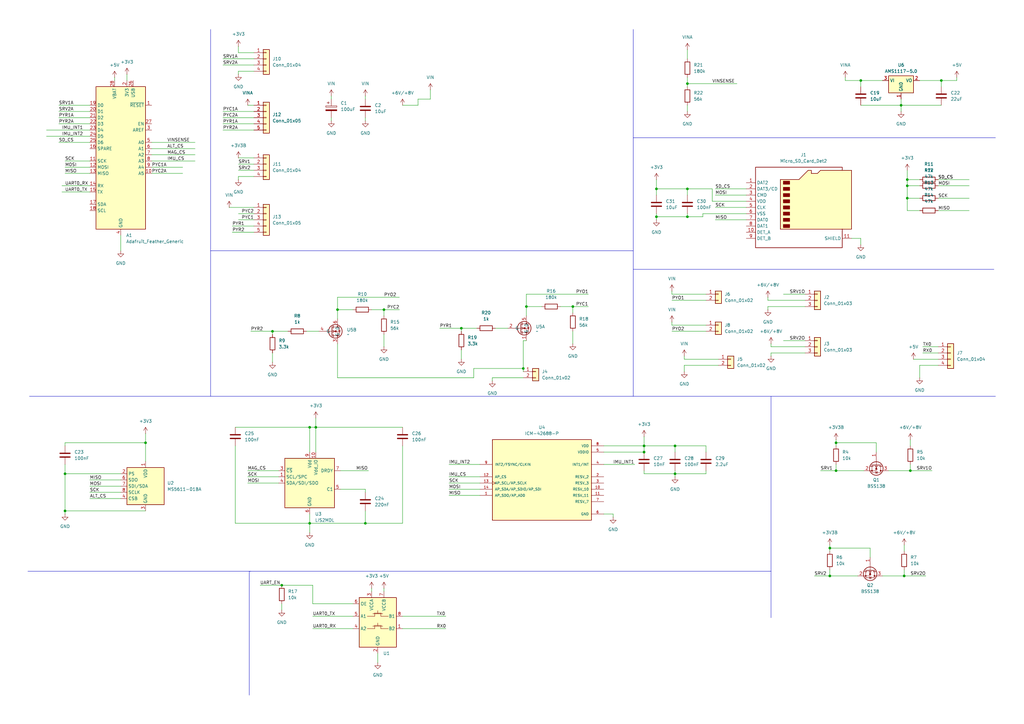
<source format=kicad_sch>
(kicad_sch (version 20231120) (generator "eeschema") (generator_version "8.0")
  (paper "A3")
  (junction (at 340.36 224.79))
  (junction (at 342.9 181.61))
  (junction (at 234.95 125.73))
  (junction (at 129.54 175.26))
  (junction (at 215.9 125.73))
  (junction (at 214.63 151.13))
  (junction (at 111.76 135.89))
  (junction (at 115.57 240.03))
  (junction (at 26.67 209.55))
  (junction (at 373.38 193.04))
  (junction (at 281.94 34.29))
  (junction (at 276.86 182.88))
  (junction (at 269.24 88.9))
  (junction (at 340.36 236.22))
  (junction (at 269.24 77.47))
  (junction (at 353.06 33.02))
  (junction (at 342.9 193.04))
  (junction (at 59.69 181.61))
  (junction (at 372.11 81.28))
  (junction (at 264.16 185.42))
  (junction (at 127 175.26))
  (junction (at 372.11 76.2))
  (junction (at 276.86 194.31))
  (junction (at 127 214.63))
  (junction (at 281.94 77.47))
  (junction (at 370.84 236.22))
  (junction (at 26.67 194.31))
  (junction (at 281.94 88.9))
  (junction (at 149.86 214.63))
  (junction (at 157.48 127))
  (junction (at 386.08 33.02))
  (junction (at 189.23 134.62))
  (junction (at 138.43 127))
  (junction (at 372.11 73.66))
  (junction (at 264.16 182.88))
  (junction (at 369.57 43.18))
  (wire (pts (xy 215.9 125.73) (xy 215.9 129.54)))
  (wire (pts (xy 138.43 130.81) (xy 138.43 127)))
  (wire (pts (xy 95.25 92.71) (xy 104.14 92.71)))
  (wire (pts (xy 377.19 86.36) (xy 372.11 86.36)))
  (wire (pts (xy 97.79 19.05) (xy 97.79 21.59)))
  (wire (pts (xy 97.79 21.59) (xy 104.14 21.59)))
  (wire (pts (xy 52.07 30.48) (xy 52.07 33.02)))
  (wire (pts (xy 374.65 147.32) (xy 384.81 147.32)))
  (wire (pts (xy 26.67 209.55) (xy 26.67 194.31)))
  (wire (pts (xy 91.44 24.13) (xy 104.14 24.13)))
  (wire (pts (xy 62.23 60.96) (xy 80.01 60.96)))
  (wire (pts (xy 288.29 87.63) (xy 288.29 88.9)))
  (wire (pts (xy 96.52 182.88) (xy 96.52 214.63)))
  (wire (pts (xy 26.67 181.61) (xy 59.69 181.61)))
  (wire (pts (xy 377.19 73.66) (xy 372.11 73.66)))
  (wire (pts (xy 115.57 247.65) (xy 115.57 250.19)))
  (wire (pts (xy 184.15 198.12) (xy 196.85 198.12)))
  (wire (pts (xy 281.94 88.9) (xy 269.24 88.9)))
  (wire (pts (xy 269.24 73.66) (xy 269.24 77.47)))
  (wire (pts (xy 36.83 196.85) (xy 49.53 196.85)))
  (polyline (pts (xy 86.36 12.065) (xy 86.36 162.56)))
  (wire (pts (xy 321.31 139.7) (xy 330.2 139.7)))
  (wire (pts (xy 149.86 209.55) (xy 149.86 214.63)))
  (wire (pts (xy 359.41 181.61) (xy 359.41 185.42)))
  (wire (pts (xy 229.87 125.73) (xy 234.95 125.73)))
  (wire (pts (xy 91.44 26.67) (xy 104.14 26.67)))
  (wire (pts (xy 378.46 144.78) (xy 384.81 144.78)))
  (wire (pts (xy 222.25 125.73) (xy 215.9 125.73)))
  (wire (pts (xy 127 214.63) (xy 149.86 214.63)))
  (wire (pts (xy 138.43 127) (xy 138.43 121.92)))
  (wire (pts (xy 102.87 135.89) (xy 111.76 135.89)))
  (wire (pts (xy 276.86 182.88) (xy 276.86 185.42)))
  (polyline (pts (xy 12.065 162.56) (xy 259.715 162.56)))
  (wire (pts (xy 97.79 87.63) (xy 104.14 87.63)))
  (wire (pts (xy 384.81 81.28) (xy 397.51 81.28)))
  (wire (pts (xy 184.15 200.66) (xy 196.85 200.66)))
  (wire (pts (xy 93.98 85.09) (xy 104.14 85.09)))
  (wire (pts (xy 314.96 123.19) (xy 330.2 123.19)))
  (wire (pts (xy 184.15 190.5) (xy 196.85 190.5)))
  (wire (pts (xy 316.23 144.78) (xy 330.2 144.78)))
  (wire (pts (xy 97.79 72.39) (xy 104.14 72.39)))
  (wire (pts (xy 154.94 267.97) (xy 154.94 271.78)))
  (wire (pts (xy 369.57 40.64) (xy 369.57 43.18)))
  (wire (pts (xy 214.63 151.13) (xy 214.63 139.7)))
  (wire (pts (xy 377.19 149.86) (xy 384.81 149.86)))
  (wire (pts (xy 139.7 193.04) (xy 151.13 193.04)))
  (wire (pts (xy 288.29 88.9) (xy 281.94 88.9)))
  (wire (pts (xy 201.93 154.94) (xy 201.93 156.21)))
  (wire (pts (xy 59.69 181.61) (xy 59.69 189.23)))
  (wire (pts (xy 24.13 48.26) (xy 36.83 48.26)))
  (wire (pts (xy 24.13 45.72) (xy 36.83 45.72)))
  (wire (pts (xy 364.49 193.04) (xy 373.38 193.04)))
  (wire (pts (xy 281.94 20.32) (xy 281.94 24.13)))
  (wire (pts (xy 214.63 152.4) (xy 214.63 151.13)))
  (wire (pts (xy 294.64 149.86) (xy 280.67 149.86)))
  (wire (pts (xy 316.23 144.78) (xy 316.23 146.05)))
  (wire (pts (xy 289.56 133.35) (xy 275.59 133.35)))
  (wire (pts (xy 321.31 120.65) (xy 330.2 120.65)))
  (wire (pts (xy 346.71 33.02) (xy 346.71 31.75)))
  (wire (pts (xy 62.23 71.12) (xy 74.93 71.12)))
  (wire (pts (xy 135.89 39.37) (xy 135.89 40.64)))
  (wire (pts (xy 275.59 123.19) (xy 289.56 123.19)))
  (wire (pts (xy 289.56 182.88) (xy 276.86 182.88)))
  (wire (pts (xy 275.59 135.89) (xy 289.56 135.89)))
  (wire (pts (xy 289.56 193.04) (xy 289.56 194.31)))
  (wire (pts (xy 264.16 182.88) (xy 264.16 185.42)))
  (wire (pts (xy 171.45 40.64) (xy 171.45 43.18)))
  (wire (pts (xy 264.16 182.88) (xy 276.86 182.88)))
  (wire (pts (xy 189.23 134.62) (xy 195.58 134.62)))
  (wire (pts (xy 128.27 257.81) (xy 144.78 257.81)))
  (wire (pts (xy 24.13 43.18) (xy 36.83 43.18)))
  (wire (pts (xy 342.9 180.34) (xy 342.9 181.61)))
  (wire (pts (xy 125.73 135.89) (xy 130.81 135.89)))
  (wire (pts (xy 203.2 134.62) (xy 208.28 134.62)))
  (wire (pts (xy 91.44 48.26) (xy 104.14 48.26)))
  (wire (pts (xy 152.4 241.3) (xy 152.4 242.57)))
  (wire (pts (xy 135.89 48.26) (xy 135.89 49.53)))
  (wire (pts (xy 234.95 135.89) (xy 234.95 140.97)))
  (wire (pts (xy 384.81 86.36) (xy 397.51 86.36)))
  (wire (pts (xy 101.6 195.58) (xy 114.3 195.58)))
  (wire (pts (xy 97.79 29.21) (xy 97.79 30.48)))
  (wire (pts (xy 247.65 190.5) (xy 260.35 190.5)))
  (wire (pts (xy 138.43 154.94) (xy 194.31 154.94)))
  (wire (pts (xy 144.78 247.65) (xy 128.27 247.65)))
  (wire (pts (xy 342.9 181.61) (xy 359.41 181.61)))
  (wire (pts (xy 340.36 233.68) (xy 340.36 236.22)))
  (wire (pts (xy 189.23 134.62) (xy 189.23 135.89)))
  (wire (pts (xy 49.53 194.31) (xy 26.67 194.31)))
  (wire (pts (xy 316.23 142.24) (xy 316.23 140.97)))
  (wire (pts (xy 251.46 210.82) (xy 247.65 210.82)))
  (wire (pts (xy 157.48 137.16) (xy 157.48 142.24)))
  (wire (pts (xy 353.06 33.02) (xy 346.71 33.02)))
  (wire (pts (xy 19.05 55.88) (xy 36.83 55.88)))
  (wire (pts (xy 330.2 142.24) (xy 316.23 142.24)))
  (wire (pts (xy 370.84 236.22) (xy 379.73 236.22)))
  (wire (pts (xy 97.79 29.21) (xy 104.14 29.21)))
  (wire (pts (xy 36.83 199.39) (xy 49.53 199.39)))
  (wire (pts (xy 247.65 185.42) (xy 264.16 185.42)))
  (wire (pts (xy 97.79 69.85) (xy 104.14 69.85)))
  (wire (pts (xy 171.45 43.18) (xy 165.1 43.18)))
  (wire (pts (xy 91.44 45.72) (xy 104.14 45.72)))
  (polyline (pts (xy 86.36 102.87) (xy 259.715 102.87)))
  (wire (pts (xy 101.6 198.12) (xy 114.3 198.12)))
  (wire (pts (xy 111.76 135.89) (xy 118.11 135.89)))
  (wire (pts (xy 101.6 193.04) (xy 114.3 193.04)))
  (polyline (pts (xy 11.43 234.315) (xy 316.23 234.315)))
  (wire (pts (xy 289.56 120.65) (xy 275.59 120.65)))
  (wire (pts (xy 165.1 214.63) (xy 149.86 214.63)))
  (wire (pts (xy 24.13 58.42) (xy 36.83 58.42)))
  (wire (pts (xy 314.96 121.92) (xy 314.96 123.19)))
  (wire (pts (xy 373.38 193.04) (xy 382.27 193.04)))
  (wire (pts (xy 353.06 43.18) (xy 369.57 43.18)))
  (wire (pts (xy 128.27 247.65) (xy 128.27 240.03)))
  (polyline (pts (xy 259.715 12.065) (xy 259.715 162.56)))
  (wire (pts (xy 294.64 147.32) (xy 280.67 147.32)))
  (wire (pts (xy 106.68 240.03) (xy 115.57 240.03)))
  (wire (pts (xy 280.67 146.05) (xy 280.67 147.32)))
  (wire (pts (xy 201.93 154.94) (xy 214.63 154.94)))
  (wire (pts (xy 353.06 33.02) (xy 353.06 35.56)))
  (wire (pts (xy 340.36 223.52) (xy 340.36 224.79)))
  (wire (pts (xy 91.44 53.34) (xy 104.14 53.34)))
  (wire (pts (xy 361.95 236.22) (xy 370.84 236.22)))
  (wire (pts (xy 149.86 39.37) (xy 149.86 40.64)))
  (wire (pts (xy 194.31 151.13) (xy 214.63 151.13)))
  (wire (pts (xy 115.57 240.03) (xy 128.27 240.03)))
  (wire (pts (xy 19.05 53.34) (xy 36.83 53.34)))
  (wire (pts (xy 281.94 31.75) (xy 281.94 34.29)))
  (wire (pts (xy 139.7 200.66) (xy 149.86 200.66)))
  (wire (pts (xy 26.67 194.31) (xy 26.67 190.5)))
  (wire (pts (xy 149.86 48.26) (xy 149.86 49.53)))
  (wire (pts (xy 334.01 236.22) (xy 340.36 236.22)))
  (wire (pts (xy 306.07 87.63) (xy 288.29 87.63)))
  (wire (pts (xy 157.48 127) (xy 163.83 127)))
  (wire (pts (xy 26.67 66.04) (xy 36.83 66.04)))
  (wire (pts (xy 62.23 63.5) (xy 80.01 63.5)))
  (wire (pts (xy 372.11 76.2) (xy 372.11 73.66)))
  (wire (pts (xy 336.55 193.04) (xy 342.9 193.04)))
  (wire (pts (xy 292.1 82.55) (xy 292.1 77.47)))
  (wire (pts (xy 281.94 77.47) (xy 269.24 77.47)))
  (wire (pts (xy 280.67 149.86) (xy 280.67 152.4)))
  (wire (pts (xy 293.37 90.17) (xy 306.07 90.17)))
  (wire (pts (xy 340.36 236.22) (xy 351.79 236.22)))
  (wire (pts (xy 157.48 127) (xy 157.48 129.54)))
  (wire (pts (xy 24.13 50.8) (xy 36.83 50.8)))
  (wire (pts (xy 129.54 175.26) (xy 165.1 175.26)))
  (wire (pts (xy 377.19 76.2) (xy 372.11 76.2)))
  (wire (pts (xy 111.76 135.89) (xy 111.76 137.16)))
  (wire (pts (xy 370.84 233.68) (xy 370.84 236.22)))
  (wire (pts (xy 276.86 194.31) (xy 276.86 195.58)))
  (polyline (pts (xy 259.715 110.49) (xy 407.67 110.49)))
  (wire (pts (xy 62.23 58.42) (xy 80.01 58.42)))
  (wire (pts (xy 165.1 252.73) (xy 182.88 252.73)))
  (wire (pts (xy 234.95 125.73) (xy 234.95 128.27)))
  (wire (pts (xy 36.83 204.47) (xy 49.53 204.47)))
  (wire (pts (xy 281.94 77.47) (xy 281.94 80.01)))
  (wire (pts (xy 129.54 171.45) (xy 129.54 175.26)))
  (wire (pts (xy 384.81 73.66) (xy 397.51 73.66)))
  (wire (pts (xy 314.96 125.73) (xy 330.2 125.73)))
  (wire (pts (xy 215.9 120.65) (xy 241.3 120.65)))
  (wire (pts (xy 281.94 45.72) (xy 281.94 43.18)))
  (wire (pts (xy 165.1 257.81) (xy 182.88 257.81)))
  (wire (pts (xy 392.43 31.75) (xy 392.43 33.02)))
  (wire (pts (xy 152.4 127) (xy 157.48 127)))
  (wire (pts (xy 97.79 64.77) (xy 104.14 64.77)))
  (wire (pts (xy 49.53 96.52) (xy 49.53 102.87)))
  (wire (pts (xy 59.69 209.55) (xy 26.67 209.55)))
  (wire (pts (xy 138.43 121.92) (xy 163.83 121.92)))
  (wire (pts (xy 292.1 77.47) (xy 281.94 77.47)))
  (wire (pts (xy 165.1 182.88) (xy 165.1 214.63)))
  (polyline (pts (xy 102.235 234.315) (xy 102.235 285.115)))
  (wire (pts (xy 176.53 36.83) (xy 176.53 40.64)))
  (wire (pts (xy 342.9 193.04) (xy 354.33 193.04)))
  (polyline (pts (xy 259.715 56.515) (xy 408.305 56.515)))
  (wire (pts (xy 293.37 77.47) (xy 306.07 77.47)))
  (wire (pts (xy 281.94 34.29) (xy 302.26 34.29)))
  (wire (pts (xy 342.9 181.61) (xy 342.9 182.88)))
  (wire (pts (xy 251.46 212.09) (xy 251.46 210.82)))
  (wire (pts (xy 384.81 76.2) (xy 397.51 76.2)))
  (wire (pts (xy 247.65 182.88) (xy 264.16 182.88)))
  (wire (pts (xy 101.6 43.18) (xy 104.14 43.18)))
  (wire (pts (xy 353.06 97.79) (xy 353.06 100.33)))
  (wire (pts (xy 138.43 127) (xy 144.78 127)))
  (polyline (pts (xy 102.87 234.315) (xy 102.235 234.315)))
  (wire (pts (xy 97.79 67.31) (xy 104.14 67.31)))
  (wire (pts (xy 91.44 50.8) (xy 104.14 50.8)))
  (wire (pts (xy 369.57 43.18) (xy 386.08 43.18)))
  (wire (pts (xy 26.67 68.58) (xy 36.83 68.58)))
  (wire (pts (xy 127 175.26) (xy 129.54 175.26)))
  (wire (pts (xy 62.23 66.04) (xy 80.01 66.04)))
  (wire (pts (xy 269.24 77.47) (xy 269.24 80.01)))
  (wire (pts (xy 36.83 201.93) (xy 49.53 201.93)))
  (wire (pts (xy 377.19 81.28) (xy 372.11 81.28)))
  (wire (pts (xy 264.16 194.31) (xy 264.16 193.04)))
  (wire (pts (xy 180.34 134.62) (xy 189.23 134.62)))
  (wire (pts (xy 194.31 154.94) (xy 194.31 151.13)))
  (wire (pts (xy 356.87 224.79) (xy 356.87 228.6)))
  (wire (pts (xy 377.19 149.86) (xy 377.19 154.94)))
  (wire (pts (xy 184.15 195.58) (xy 196.85 195.58)))
  (wire (pts (xy 369.57 45.72) (xy 369.57 43.18)))
  (polyline (pts (xy 259.715 162.56) (xy 408.305 162.56)))
  (wire (pts (xy 386.08 33.02) (xy 377.19 33.02)))
  (wire (pts (xy 127 175.26) (xy 96.52 175.26)))
  (wire (pts (xy 361.95 33.02) (xy 353.06 33.02)))
  (wire (pts (xy 314.96 125.73) (xy 314.96 127)))
  (wire (pts (xy 127 214.63) (xy 127 218.44)))
  (wire (pts (xy 373.38 190.5) (xy 373.38 193.04)))
  (wire (pts (xy 127 214.63) (xy 127 210.82)))
  (wire (pts (xy 96.52 214.63) (xy 127 214.63)))
  (wire (pts (xy 269.24 88.9) (xy 269.24 87.63)))
  (wire (pts (xy 269.24 88.9) (xy 269.24 90.17)))
  (wire (pts (xy 26.67 210.82) (xy 26.67 209.55)))
  (wire (pts (xy 340.36 224.79) (xy 340.36 226.06)))
  (wire (pts (xy 281.94 34.29) (xy 281.94 35.56)))
  (wire (pts (xy 25.4 78.74) (xy 36.83 78.74)))
  (wire (pts (xy 128.27 252.73) (xy 144.78 252.73)))
  (wire (pts (xy 62.23 68.58) (xy 74.93 68.58)))
  (wire (pts (xy 372.11 86.36) (xy 372.11 81.28)))
  (wire (pts (xy 264.16 179.07) (xy 264.16 182.88)))
  (wire (pts (xy 386.08 33.02) (xy 386.08 35.56)))
  (wire (pts (xy 293.37 80.01) (xy 306.07 80.01)))
  (wire (pts (xy 26.67 71.12) (xy 36.83 71.12)))
  (wire (pts (xy 372.11 73.66) (xy 372.11 69.85)))
  (wire (pts (xy 26.67 182.88) (xy 26.67 181.61)))
  (wire (pts (xy 111.76 144.78) (xy 111.76 148.59)))
  (wire (pts (xy 25.4 76.2) (xy 36.83 76.2)))
  (wire (pts (xy 176.53 40.64) (xy 171.45 40.64)))
  (wire (pts (xy 46.99 31.75) (xy 46.99 33.02)))
  (wire (pts (xy 189.23 143.51) (xy 189.23 147.32)))
  (wire (pts (xy 349.25 97.79) (xy 353.06 97.79)))
  (wire (pts (xy 59.69 177.8) (xy 59.69 181.61)))
  (wire (pts (xy 138.43 140.97) (xy 138.43 154.94)))
  (wire (pts (xy 215.9 120.65) (xy 215.9 125.73)))
  (polyline (pts (xy 316.23 162.56) (xy 316.23 253.365)))
  (wire (pts (xy 289.56 185.42) (xy 289.56 182.88)))
  (wire (pts (xy 97.79 90.17) (xy 104.14 90.17)))
  (wire (pts (xy 293.37 85.09) (xy 306.07 85.09)))
  (wire (pts (xy 276.86 194.31) (xy 289.56 194.31)))
  (wire (pts (xy 392.43 33.02) (xy 386.08 33.02)))
  (wire (pts (xy 184.15 203.2) (xy 196.85 203.2)))
  (wire (pts (xy 149.86 200.66) (xy 149.86 201.93)))
  (wire (pts (xy 378.46 142.24) (xy 384.81 142.24)))
  (wire (pts (xy 275.59 132.08) (xy 275.59 133.35)))
  (wire (pts (xy 342.9 190.5) (xy 342.9 193.04)))
  (wire (pts (xy 281.94 88.9) (xy 281.94 87.63)))
  (wire (pts (xy 95.25 95.25) (xy 104.14 95.25)))
  (wire (pts (xy 157.48 241.3) (xy 157.48 242.57)))
  (wire (pts (xy 214.63 139.7) (xy 215.9 139.7)))
  (wire (pts (xy 370.84 223.52) (xy 370.84 226.06)))
  (wire (pts (xy 129.54 185.42) (xy 129.54 175.26)))
  (wire (pts (xy 127 185.42) (xy 127 175.26)))
  (wire (pts (xy 276.86 194.31) (xy 264.16 194.31)))
  (wire (pts (xy 234.95 125.73) (xy 241.3 125.73)))
  (wire (pts (xy 97.79 72.39) (xy 97.79 73.66)))
  (wire (pts (xy 373.38 180.34) (xy 373.38 182.88)))
  (wire (pts (xy 306.07 82.55) (xy 292.1 82.55)))
  (wire (pts (xy 275.59 119.38) (xy 275.59 120.65)))
  (wire (pts (xy 372.11 81.28) (xy 372.11 76.2)))
  (wire (pts (xy 276.86 193.04) (xy 276.86 194.31)))
  (wire (pts (xy 340.36 224.79) (xy 356.87 224.79)))
  (label "SD_CS" (at 24.13 58.42 0))
  (label "IMU_INT1" (at 25.4 53.34 0))
  (label "SCK" (at 101.6 195.58 0))
  (label "PYR1A" (at 24.13 48.26 0))
  (label "SCK" (at 184.15 198.12 0))
  (label "TX0" (at 378.46 142.24 0))
  (label "TX0" (at 179.07 252.73 0))
  (label "PYR2" (at 102.87 135.89 0))
  (label "MOSI" (at 101.6 198.12 0))
  (label "MISO" (at 146.05 193.04 0))
  (label "SRV1O" (at 375.92 193.04 0))
  (label "SCK" (at 26.67 66.04 0))
  (label "MOSI" (at 184.15 200.66 0))
  (label "UART0_RX" (at 128.27 257.81 0))
  (label "MISO" (at 184.15 203.2 0))
  (label "PYC2A" (at 91.44 48.26 0))
  (label "UART0_TX" (at 128.27 252.73 0))
  (label "SD_CS" (at 384.81 73.66 0))
  (label "MISO" (at 293.37 90.17 0))
  (label "IMU_INT2" (at 184.15 190.5 0))
  (label "SRV2A" (at 24.13 45.72 0))
  (label "PYC2" (at 99.06 87.63 0))
  (label "SRV2" (at 97.79 69.85 0))
  (label "PYR2" (at 95.25 95.25 0))
  (label "PYR2A" (at 91.44 53.34 0))
  (label "VINSENSE" (at 68.58 58.42 0))
  (label "VINSENSE" (at 292.1 34.29 0))
  (label "SCK" (at 36.83 201.93 0))
  (label "PYO1" (at 275.59 123.19 0))
  (label "SRV1O" (at 323.85 120.65 0))
  (label "RX0" (at 179.07 257.81 0))
  (label "SRV2O" (at 373.38 236.22 0))
  (label "MAG_CS" (at 101.6 193.04 0))
  (label "SRV1A" (at 24.13 43.18 0))
  (label "ALT_CS" (at 36.83 204.47 0))
  (label "SCK" (at 384.81 81.28 0))
  (label "PYR1" (at 180.34 134.62 0))
  (label "SRV1" (at 97.79 67.31 0))
  (label "PYC1" (at 99.06 90.17 0))
  (label "PYR2A" (at 24.13 50.8 0))
  (label "MISO" (at 384.81 86.36 0))
  (label "PYC2" (at 158.75 127 0))
  (label "PYR1A" (at 91.44 50.8 0))
  (label "SRV1A" (at 91.44 24.13 0))
  (label "RX0" (at 378.46 144.78 0))
  (label "MISO" (at 36.83 196.85 0))
  (label "SCK" (at 293.37 85.09 0))
  (label "PYO1" (at 236.22 120.65 0))
  (label "PYC1A" (at 62.23 68.58 0))
  (label "MAG_CS" (at 68.58 63.5 0))
  (label "IMU_CS" (at 68.58 66.04 0))
  (label "SD_CS" (at 293.37 77.47 0))
  (label "IMU_CS" (at 184.15 195.58 0))
  (label "ALT_CS" (at 68.58 60.96 0))
  (label "SRV2O" (at 323.85 139.7 0))
  (label "MOSI" (at 36.83 199.39 0))
  (label "MOSI" (at 26.67 68.58 0))
  (label "IMU_INT1" (at 251.46 190.5 0))
  (label "UART0_TX" (at 26.67 78.74 0))
  (label "MOSI" (at 293.37 80.01 0))
  (label "SRV2A" (at 91.44 26.67 0))
  (label "PYC1A" (at 91.44 45.72 0))
  (label "UART_EN" (at 106.68 240.03 0))
  (label "MOSI" (at 384.81 76.2 0))
  (label "UART0_RX" (at 26.67 76.2 0))
  (label "MISO" (at 26.67 71.12 0))
  (label "PYC1" (at 236.22 125.73 0))
  (label "SRV1" (at 336.55 193.04 0))
  (label "SD_CS" (at 384.81 73.66 0))
  (label "PYR1" (at 95.25 92.71 0))
  (label "PYO2" (at 157.48 121.92 0))
  (label "PYC2A" (at 62.23 71.12 0))
  (label "SRV2" (at 334.01 236.22 0))
  (label "PYO2" (at 275.59 135.89 0))
  (label "IMU_INT2" (at 25.4 55.88 0))
  (symbol (lib_id "Device:R") (at 340.36 229.87 180) (unit 1)
    (property "Reference" "R6" (at 342.9 228.5999 0) (effects (justify right)))
    (property "Value" "10k" (at 342.9 231.1399 0) (effects (justify right)))
    (property "Footprint" "Resistor_SMD:R_0402_1005Metric" (effects (hide yes)))
    (property "Description" "Resistor" (effects (hide yes)))
  )
  (symbol (lib_id "FCU2025:SI7232DN") (at 138.43 135.89 0) (unit 2)
    (property "Reference" "U5" (at 142.24 135.2549 0) (effects (justify left)))
    (property "Value" "~" (at 142.24 137.16 0) (effects (justify left)))
    (property "Footprint" "FCU2025Lib:SQJ500AEP-T1_GE3_VIS" (effects (hide yes)))
  )
  (symbol (lib_id "power:GND") (at 97.79 73.66 0) (unit 1)
    (property "Reference" "#PWR060" (effects (hide yes)))
    (property "Value" "GND" (at 97.79 78.74 0))
    (property "Description" "Power symbol creates a global label with name \"GND\" , ground" (effects (hide yes)))
  )
  (symbol (lib_id "power:+5V") (at 46.99 31.75 0) (unit 1)
    (property "Reference" "#PWR01" (effects (hide yes)))
    (property "Value" "+5V" (at 46.99 26.67 0))
    (property "Description" "Power symbol creates a global label with name \"+5V\"" (effects (hide yes)))
  )
  (symbol (lib_id "power:+3V3") (at 340.36 223.52 0) (unit 1)
    (property "Reference" "#PWR028" (effects (hide yes)))
    (property "Value" "+3V3B" (at 340.36 218.44 0))
    (property "Description" "Power symbol creates a global label with name \"+3V3\"" (effects (hide yes)))
  )
  (symbol (lib_id "Device:R") (at 189.23 139.7 0) (unit 1)
    (property "Reference" "R19" (at 191.77 138.4299 0) (effects (justify left)))
    (property "Value" "3.3k" (at 191.77 140.9699 0) (effects (justify left)))
    (property "Footprint" "Resistor_SMD:R_0402_1005Metric" (effects (hide yes)))
    (property "Description" "Resistor" (effects (hide yes)))
  )
  (symbol (lib_id "Sensor_Magnetic:LIS2MDL") (at 127 198.12 0) (unit 1)
    (property "Reference" "U3" (at 129.1941 210.82 0) (effects (justify left)))
    (property "Value" "LIS2MDL" (at 129.1941 213.36 0) (effects (justify left)))
    (property "Footprint" "Package_LGA:LGA-12_2x2mm_P0.5mm" (effects (hide yes)))
    (property "Datasheet" "https://www.st.com/resource/en/datasheet/lis2mdl.pdf" (effects (hide yes)))
    (property "Description" "Ultra-low-power, 3-axis digital output magnetometer, LGA-12" (effects (hide yes)))
  )
  (symbol (lib_id "Device:C") (at 276.86 189.23 0) (unit 1)
    (property "Reference" "C28" (at 280.67 187.9599 0) (effects (justify left)))
    (property "Value" "100nF" (at 280.67 190.4999 0) (effects (justify left)))
    (property "Footprint" "Capacitor_SMD:C_0402_1005Metric" (effects (hide yes)))
    (property "Description" "Unpolarized capacitor" (effects (hide yes)))
  )
  (symbol (lib_id "Regulator_Linear:AMS1117-5.0") (at 369.57 33.02 0) (unit 1)
    (property "Reference" "U6" (at 369.57 26.67 0))
    (property "Value" "AMS1117-5.0" (at 369.57 29.21 0))
    (property "Footprint" "Package_TO_SOT_SMD:SOT-223-3_TabPin2" (effects (hide yes)))
    (property "Datasheet" "http://www.advanced-monolithic.com/pdf/ds1117.pdf" (effects (hide yes)))
    (property "Description" "1A Low Dropout regulator, positive, 5.0V fixed output, SOT-223" (effects (hide yes)))
  )
  (symbol (lib_id "power:+3V3") (at 152.4 241.3 0) (unit 1)
    (property "Reference" "#PWR049" (effects (hide yes)))
    (property "Value" "+3V3" (at 152.4 236.22 0))
    (property "Description" "Power symbol creates a global label with name \"+3V3\"" (effects (hide yes)))
  )
  (symbol (lib_id "power:GND") (at 115.57 250.19 0) (unit 1)
    (property "Reference" "#PWR048" (effects (hide yes)))
    (property "Value" "GND" (at 115.57 255.27 0))
    (property "Description" "Power symbol creates a global label with name \"GND\" , ground" (effects (hide yes)))
  )
  (symbol (lib_id "power:VCC") (at 101.6 43.18 0) (unit 1)
    (property "Reference" "#PWR058" (effects (hide yes)))
    (property "Value" "VINA" (at 101.6 38.1 0))
    (property "Description" "Power symbol creates a global label with name \"VCC\"" (effects (hide yes)))
  )
  (symbol (lib_id "power:+3V3") (at 129.54 171.45 0) (unit 1)
    (property "Reference" "#PWR035" (effects (hide yes)))
    (property "Value" "+3V3" (at 129.54 166.37 0))
    (property "Description" "Power symbol creates a global label with name \"+3V3\"" (effects (hide yes)))
  )
  (symbol (lib_id "power:GND") (at 281.94 45.72 0) (unit 1)
    (property "Reference" "#PWR055" (effects (hide yes)))
    (property "Value" "GND" (at 281.94 50.8 0))
    (property "Description" "Power symbol creates a global label with name \"GND\" , ground" (effects (hide yes)))
  )
  (symbol (lib_id "Device:R") (at 381 86.36 270) (unit 1)
    (property "Reference" "R14" (at 381 80.01 90))
    (property "Value" "47k" (at 381 82.55 90))
    (property "Footprint" "Resistor_SMD:R_0402_1005Metric" (effects (hide yes)))
    (property "Description" "Resistor" (effects (hide yes)))
  )
  (symbol (lib_id "power:+3V3") (at 342.9 180.34 0) (unit 1)
    (property "Reference" "#PWR026" (effects (hide yes)))
    (property "Value" "+3V3B" (at 342.9 175.26 0))
    (property "Description" "Power symbol creates a global label with name \"+3V3\"" (effects (hide yes)))
  )
  (symbol (lib_id "power:GND") (at 189.23 147.32 0) (unit 1)
    (property "Reference" "#PWR044" (effects (hide yes)))
    (property "Value" "GND" (at 189.23 152.4 0))
    (property "Description" "Power symbol creates a global label with name \"GND\" , ground" (effects (hide yes)))
  )
  (symbol (lib_id "power:GND") (at 26.67 210.82 0) (unit 1)
    (property "Reference" "#PWR033" (effects (hide yes)))
    (property "Value" "GND" (at 26.67 215.9 0))
    (property "Description" "Power symbol creates a global label with name \"GND\" , ground" (effects (hide yes)))
  )
  (symbol (lib_id "ICM-42688-P:ICM-42688-P") (at 222.25 195.58 0) (unit 1)
    (property "Reference" "U4" (at 222.25 175.26 0))
    (property "Value" "ICM-42688-P" (at 222.25 177.8 0))
    (property "Footprint" "FCU2025Lib:PQFN50P300X250X97-14N" (effects (hide yes)))
    (property "PARTREV" "1.2" (effects (hide yes)))
    (property "STANDARD" "IPC-7351B" (effects (hide yes)))
    (property "MAXIMUM_PACKAGE_HEIGHT" "0.97mm" (effects (hide yes)))
    (property "MANUFACTURER" "TDK InvenSense" (effects (hide yes)))
  )
  (symbol (lib_id "power:VCC") (at 149.86 39.37 0) (unit 1)
    (property "Reference" "#PWR017" (effects (hide yes)))
    (property "Value" "VIN" (at 149.86 34.29 0))
    (property "Description" "Power symbol creates a global label with name \"VCC\"" (effects (hide yes)))
  )
  (symbol (lib_id "Device:C") (at 96.52 179.07 0) (unit 1)
    (property "Reference" "C25" (at 100.33 177.7999 0) (effects (justify left)))
    (property "Value" "100nF" (at 100.33 180.3399 0) (effects (justify left)))
    (property "Footprint" "Capacitor_SMD:C_0402_1005Metric" (effects (hide yes)))
    (property "Description" "Unpolarized capacitor" (effects (hide yes)))
  )
  (symbol (lib_id "power:+3V3") (at 269.24 73.66 0) (unit 1)
    (property "Reference" "#PWR042" (effects (hide yes)))
    (property "Value" "+3V3" (at 269.24 68.58 0))
    (property "Description" "Power symbol creates a global label with name \"+3V3\"" (effects (hide yes)))
  )
  (symbol (lib_id "power:GND") (at 276.86 195.58 0) (unit 1)
    (property "Reference" "#PWR038" (effects (hide yes)))
    (property "Value" "GND" (at 276.86 200.66 0))
    (property "Description" "Power symbol creates a global label with name \"GND\" , ground" (effects (hide yes)))
  )
  (symbol (lib_id "Device:C") (at 165.1 179.07 0) (unit 1)
    (property "Reference" "C26" (at 168.91 177.7999 0) (effects (justify left)))
    (property "Value" "100nF" (at 168.91 180.3399 0) (effects (justify left)))
    (property "Footprint" "Capacitor_SMD:C_0402_1005Metric" (effects (hide yes)))
    (property "Description" "Unpolarized capacitor" (effects (hide yes)))
  )
  (symbol (lib_id "power:GND") (at 316.23 146.05 0) (unit 1)
    (property "Reference" "#PWR022" (effects (hide yes)))
    (property "Value" "GND" (at 316.23 151.13 0))
    (property "Description" "Power symbol creates a global label with name \"GND\" , ground" (effects (hide yes)))
  )
  (symbol (lib_id "Connector_Generic:Conn_01x02") (at 299.72 147.32 0) (unit 1)
    (property "Reference" "J5" (at 302.26 147.3199 0) (effects (justify left)))
    (property "Value" "Conn_01x02" (at 302.26 149.8599 0) (effects (justify left)))
    (property "Footprint" "Connector_AMASS:AMASS_XT30U-M_1x02_P5.0mm_Vertical" (effects (hide yes)))
    (property "Description" "Generic connector, single row, 01x02, script generated (kicad-library-utils/schlib/autogen/connector/)" (effects (hide yes)))
  )
  (symbol (lib_id "Connector:Micro_SD_Card_Det2") (at 328.93 85.09 0) (unit 1)
    (property "Reference" "J1" (at 329.565 63.5 0))
    (property "Value" "Micro_SD_Card_Det2" (at 329.565 66.04 0))
    (property "Footprint" "Connector_Card:microSD_HC_Hirose_DM3BT-DSF-PEJS" (effects (hide yes)))
    (property "Datasheet" "https://www.hirose.com/en/product/document?clcode=&productname=&series=DM3&documenttype=Catalog&lang=en&documentid=D49662_en" (effects (hide yes)))
    (property "Description" "Micro SD Card Socket with two card detection pins" (effects (hide yes)))
  )
  (symbol (lib_id "Connector_Generic:Conn_01x03") (at 335.28 123.19 0) (unit 1)
    (property "Reference" "J2" (at 337.82 121.9199 0) (effects (justify left)))
    (property "Value" "Conn_01x03" (at 337.82 124.4599 0) (effects (justify left)))
    (property "Footprint" "Connector_JST:JST_XH_B3B-XH-AM_1x03_P2.50mm_Vertical" (effects (hide yes)))
    (property "Description" "Generic connector, single row, 01x03, script generated (kicad-library-utils/schlib/autogen/connector/)" (effects (hide yes)))
  )
  (symbol (lib_id "power:GND") (at 251.46 212.09 0) (unit 1)
    (property "Reference" "#PWR036" (effects (hide yes)))
    (property "Value" "GND" (at 251.46 217.17 0))
    (property "Description" "Power symbol creates a global label with name \"GND\" , ground" (effects (hide yes)))
  )
  (symbol (lib_id "power:VCC") (at 275.59 119.38 0) (unit 1)
    (property "Reference" "#PWR047" (effects (hide yes)))
    (property "Value" "VIN" (at 275.59 114.3 0))
    (property "Description" "Power symbol creates a global label with name \"VCC\"" (effects (hide yes)))
  )
  (symbol (lib_id "power:+3V3") (at 59.69 177.8 0) (unit 1)
    (property "Reference" "#PWR032" (effects (hide yes)))
    (property "Value" "+3V3" (at 59.69 172.72 0))
    (property "Description" "Power symbol creates a global label with name \"+3V3\"" (effects (hide yes)))
  )
  (symbol (lib_id "power:VCC") (at 316.23 140.97 0) (unit 1)
    (property "Reference" "#PWR025" (effects (hide yes)))
    (property "Value" "+6V/+8V" (at 316.23 135.89 0))
    (property "Description" "Power symbol creates a global label with name \"VCC\"" (effects (hide yes)))
  )
  (symbol (lib_id "power:GND") (at 353.06 100.33 0) (unit 1)
    (property "Reference" "#PWR041" (effects (hide yes)))
    (property "Value" "GND" (at 353.06 105.41 0))
    (property "Description" "Power symbol creates a global label with name \"GND\" , ground" (effects (hide yes)))
  )
  (symbol (lib_id "Sensor_Pressure:MS5611-01BA") (at 59.69 199.39 0) (unit 1)
    (property "Reference" "U2" (at 68.58 198.1199 0) (effects (justify left)))
    (property "Value" "MS5611-01BA" (at 68.58 200.6599 0) (effects (justify left)))
    (property "Footprint" "Package_LGA:LGA-8_3x5mm_P1.25mm" (effects (hide yes)))
    (property "Datasheet" "https://www.te.com/commerce/DocumentDelivery/DDEController?Action=srchrtrv&DocNm=MS5611-01BA03&DocType=Data+Sheet&DocLang=English" (effects (hide yes)))
    (property "Description" "Barometric pressure sensor, 10cm resolution, 10 to 1200 mbar, I2C and SPI interface up to 20MHz, LGA-8" (effects (hide yes)))
  )
  (symbol (lib_id "Device:R") (at 281.94 39.37 180) (unit 1)
    (property "Reference" "R22" (at 284.48 38.0999 0) (effects (justify right)))
    (property "Value" "56k" (at 284.48 40.6399 0) (effects (justify right)))
    (property "Footprint" "Resistor_SMD:R_0402_1005Metric" (effects (hide yes)))
    (property "Description" "Resistor" (effects (hide yes)))
  )
  (symbol (lib_id "Device:C") (at 149.86 205.74 0) (unit 1)
    (property "Reference" "C24" (at 153.67 204.4699 0) (effects (justify left)))
    (property "Value" "220nF" (at 153.67 207.0099 0) (effects (justify left)))
    (property "Footprint" "Capacitor_SMD:C_0402_1005Metric" (effects (hide yes)))
    (property "Description" "Unpolarized capacitor" (effects (hide yes)))
  )
  (symbol (lib_id "Device:R") (at 381 73.66 270) (unit 1)
    (property "Reference" "R11" (at 381 67.31 90))
    (property "Value" "47k" (at 381 69.85 90))
    (property "Footprint" "Resistor_SMD:R_0402_1005Metric" (effects (hide yes)))
    (property "Description" "Resistor" (effects (hide yes)))
  )
  (symbol (lib_id "power:+3V3") (at 97.79 19.05 0) (unit 1)
    (property "Reference" "#PWR056" (effects (hide yes)))
    (property "Value" "+3V3" (at 97.79 13.97 0))
    (property "Description" "Power symbol creates a global label with name \"+3V3\"" (effects (hide yes)))
  )
  (symbol (lib_id "power:VCC") (at 275.59 132.08 0) (unit 1)
    (property "Reference" "#PWR053" (effects (hide yes)))
    (property "Value" "VIN" (at 275.59 127 0))
    (property "Description" "Power symbol creates a global label with name \"VCC\"" (effects (hide yes)))
  )
  (symbol (lib_id "Device:C_Polarized") (at 135.89 44.45 0) (unit 1)
    (property "Reference" "C1" (at 139.7 42.2909 0) (effects (justify left)))
    (property "Value" "100uF" (at 139.7 44.8309 0) (effects (justify left)))
    (property "Footprint" "Capacitor_SMD:CP_Elec_6.3x7.7" (effects (hide yes)))
    (property "Description" "Polarized capacitor" (effects (hide yes)))
  )
  (symbol (lib_id "Device:R") (at 199.39 134.62 270) (unit 1)
    (property "Reference" "R20" (at 199.39 128.27 90))
    (property "Value" "1k" (at 199.39 130.81 90))
    (property "Footprint" "Resistor_SMD:R_0402_1005Metric" (effects (hide yes)))
    (property "Description" "Resistor" (effects (hide yes)))
  )
  (symbol (lib_id "FCU2025:SI7232DN") (at 215.9 134.62 0) (unit 1)
    (property "Reference" "U5" (at 219.71 133.9849 0) (effects (justify left)))
    (property "Value" "~" (at 219.71 135.89 0) (effects (justify left)))
    (property "Footprint" "FCU2025Lib:SQJ500AEP-T1_GE3_VIS" (effects (hide yes)))
  )
  (symbol (lib_id "Device:R") (at 148.59 127 90) (unit 1)
    (property "Reference" "R10" (at 148.59 120.65 90))
    (property "Value" "180k" (at 148.59 123.19 90))
    (property "Footprint" "Resistor_SMD:R_0402_1005Metric" (effects (hide yes)))
    (property "Description" "Resistor" (effects (hide yes)))
  )
  (symbol (lib_id "Device:C") (at 289.56 189.23 0) (unit 1)
    (property "Reference" "C29" (at 293.37 187.9599 0) (effects (justify left)))
    (property "Value" "2.2uF" (at 293.37 190.4999 0) (effects (justify left)))
    (property "Footprint" "Capacitor_SMD:C_0402_1005Metric" (effects (hide yes)))
    (property "Description" "Unpolarized capacitor" (effects (hide yes)))
  )
  (symbol (lib_id "Connector_Generic:Conn_01x02") (at 294.64 133.35 0) (unit 1)
    (property "Reference" "J8" (at 297.18 133.3499 0) (effects (justify left)))
    (property "Value" "Conn_01x02" (at 297.18 135.8899 0) (effects (justify left)))
    (property "Footprint" "Connector_JST:JST_XH_B2B-XH-AM_1x02_P2.50mm_Vertical" (effects (hide yes)))
    (property "Description" "Generic connector, single row, 01x02, script generated (kicad-library-utils/schlib/autogen/connector/)" (effects (hide yes)))
  )
  (symbol (lib_id "power:GND") (at 234.95 140.97 0) (unit 1)
    (property "Reference" "#PWR039" (effects (hide yes)))
    (property "Value" "GND" (at 234.95 146.05 0))
    (property "Description" "Power symbol creates a global label with name \"GND\" , ground" (effects (hide yes)))
  )
  (symbol (lib_id "Connector_Generic:Conn_01x05") (at 109.22 48.26 0) (unit 1)
    (property "Reference" "J12" (at 111.76 46.9899 0) (effects (justify left)))
    (property "Value" "Conn_01x05" (at 111.76 49.5299 0) (effects (justify left)))
    (property "Footprint" "Connector_PinHeader_2.54mm:PinHeader_1x05_P2.54mm_Vertical" (effects (hide yes)))
    (property "Description" "Generic connector, single row, 01x05, script generated (kicad-library-utils/schlib/autogen/connector/)" (effects (hide yes)))
  )
  (symbol (lib_id "power:GND") (at 127 218.44 0) (unit 1)
    (property "Reference" "#PWR034" (effects (hide yes)))
    (property "Value" "GND" (at 127 223.52 0))
    (property "Description" "Power symbol creates a global label with name \"GND\" , ground" (effects (hide yes)))
  )
  (symbol (lib_id "Device:R") (at 115.57 243.84 180) (unit 1)
    (property "Reference" "R17" (at 118.11 242.5699 0) (effects (justify right)))
    (property "Value" "10k" (at 118.11 245.1099 0) (effects (justify right)))
    (property "Footprint" "Resistor_SMD:R_0402_1005Metric" (effects (hide yes)))
    (property "Description" "Resistor" (effects (hide yes)))
  )
  (symbol (lib_id "power:VCC") (at 346.71 31.75 0) (unit 1)
    (property "Reference" "#PWR011" (effects (hide yes)))
    (property "Value" "VINA" (at 346.71 26.67 0))
    (property "Description" "Power symbol creates a global label with name \"VCC\"" (effects (hide yes)))
  )
  (symbol (lib_id "Device:R") (at 381 81.28 270) (unit 1)
    (property "Reference" "R13" (at 381 74.93 90))
    (property "Value" "47k" (at 381 77.47 90))
    (property "Footprint" "Resistor_SMD:R_0402_1005Metric" (effects (hide yes)))
    (property "Description" "Resistor" (effects (hide yes)))
  )
  (symbol (lib_id "power:VCC") (at 281.94 20.32 0) (unit 1)
    (property "Reference" "#PWR054" (effects (hide yes)))
    (property "Value" "VINA" (at 281.94 15.24 0))
    (property "Description" "Power symbol creates a global label with name \"VCC\"" (effects (hide yes)))
  )
  (symbol (lib_id "Connector_Generic:Conn_01x04") (at 109.22 67.31 0) (unit 1)
    (property "Reference" "J11" (at 111.76 67.3099 0) (effects (justify left)))
    (property "Value" "Conn_01x04" (at 111.76 69.8499 0) (effects (justify left)))
    (property "Footprint" "Connector_PinHeader_2.54mm:PinHeader_1x04_P2.54mm_Vertical" (effects (hide yes)))
    (property "Description" "Generic connector, single row, 01x04, script generated (kicad-library-utils/schlib/autogen/connector/)" (effects (hide yes)))
  )
  (symbol (lib_id "power:+3V3") (at 372.11 69.85 0) (unit 1)
    (property "Reference" "#PWR045" (effects (hide yes)))
    (property "Value" "+3V3" (at 372.11 64.77 0))
    (property "Description" "Power symbol creates a global label with name \"+3V3\"" (effects (hide yes)))
  )
  (symbol (lib_id "Connector_Generic:Conn_01x02") (at 219.71 152.4 0) (unit 1)
    (property "Reference" "J4" (at 222.25 152.3999 0) (effects (justify left)))
    (property "Value" "Conn_01x02" (at 222.25 154.9399 0) (effects (justify left)))
    (property "Footprint" "Connector_JST:JST_XH_B2B-XH-AM_1x02_P2.50mm_Vertical" (effects (hide yes)))
    (property "Description" "Generic connector, single row, 01x02, script generated (kicad-library-utils/schlib/autogen/connector/)" (effects (hide yes)))
  )
  (symbol (lib_id "Connector_Generic:Conn_01x04") (at 109.22 24.13 0) (unit 1)
    (property "Reference" "J10" (at 111.76 24.1299 0) (effects (justify left)))
    (property "Value" "Conn_01x04" (at 111.76 26.6699 0) (effects (justify left)))
    (property "Footprint" "Connector_PinHeader_2.54mm:PinHeader_1x04_P2.54mm_Vertical" (effects (hide yes)))
    (property "Description" "Generic connector, single row, 01x04, script generated (kicad-library-utils/schlib/autogen/connector/)" (effects (hide yes)))
  )
  (symbol (lib_id "power:+3V3") (at 52.07 30.48 0) (unit 1)
    (property "Reference" "#PWR03" (effects (hide yes)))
    (property "Value" "+3V3" (at 52.07 25.4 0))
    (property "Description" "Power symbol creates a global label with name \"+3V3\"" (effects (hide yes)))
  )
  (symbol (lib_id "Device:C") (at 386.08 39.37 0) (unit 1)
    (property "Reference" "C22" (at 389.89 38.0999 0) (effects (justify left)))
    (property "Value" "22uF" (at 389.89 40.6399 0) (effects (justify left)))
    (property "Footprint" "Capacitor_SMD:C_0402_1005Metric" (effects (hide yes)))
    (property "Description" "Unpolarized capacitor" (effects (hide yes)))
  )
  (symbol (lib_id "Connector_Generic:Conn_01x02") (at 294.64 120.65 0) (unit 1)
    (property "Reference" "J6" (at 297.18 120.6499 0) (effects (justify left)))
    (property "Value" "Conn_01x02" (at 297.18 123.1899 0) (effects (justify left)))
    (property "Footprint" "Connector_JST:JST_XH_B2B-XH-AM_1x02_P2.50mm_Vertical" (effects (hide yes)))
    (property "Description" "Generic connector, single row, 01x02, script generated (kicad-library-utils/schlib/autogen/connector/)" (effects (hide yes)))
  )
  (symbol (lib_id "power:GND") (at 269.24 90.17 0) (unit 1)
    (property "Reference" "#PWR040" (effects (hide yes)))
    (property "Value" "GND" (at 269.24 95.25 0))
    (property "Description" "Power symbol creates a global label with name \"GND\" , ground" (effects (hide yes)))
  )
  (symbol (lib_id "power:VCC") (at 135.89 39.37 0) (unit 1)
    (property "Reference" "#PWR015" (effects (hide yes)))
    (property "Value" "VIN" (at 135.89 34.29 0))
    (property "Description" "Power symbol creates a global label with name \"VCC\"" (effects (hide yes)))
  )
  (symbol (lib_id "power:GND") (at 369.57 45.72 0) (unit 1)
    (property "Reference" "#PWR014" (effects (hide yes)))
    (property "Value" "GND" (at 369.57 50.8 0))
    (property "Description" "Power symbol creates a global label with name \"GND\" , ground" (effects (hide yes)))
  )
  (symbol (lib_id "power:VCC") (at 370.84 223.52 0) (unit 1)
    (property "Reference" "#PWR029" (effects (hide yes)))
    (property "Value" "+6V/+8V" (at 370.84 218.44 0))
    (property "Description" "Power symbol creates a global label with name \"VCC\"" (effects (hide yes)))
  )
  (symbol (lib_id "Transistor_FET:BSS138") (at 359.41 190.5 270) (unit 1)
    (property "Reference" "Q1" (at 359.41 196.85 90))
    (property "Value" "BSS138" (at 359.41 199.39 90))
    (property "Footprint" "Package_TO_SOT_SMD:SOT-23" (effects (hide yes)))
    (property "Datasheet" "https://www.onsemi.com/pub/Collateral/BSS138-D.PDF" (effects (hide yes)))
    (property "Description" "50V Vds, 0.22A Id, N-Channel MOSFET, SOT-23" (effects (hide yes)))
  )
  (symbol (lib_id "power:GND") (at 154.94 271.78 0) (unit 1)
    (property "Reference" "#PWR06" (effects (hide yes)))
    (property "Value" "GND" (at 154.94 276.86 0))
    (property "Description" "Power symbol creates a global label with name \"GND\" , ground" (effects (hide yes)))
  )
  (symbol (lib_id "power:GND") (at 377.19 154.94 0) (unit 1)
    (property "Reference" "#PWR051" (effects (hide yes)))
    (property "Value" "GND" (at 377.19 160.02 0))
    (property "Description" "Power symbol creates a global label with name \"GND\" , ground" (effects (hide yes)))
  )
  (symbol (lib_id "Device:R") (at 370.84 229.87 180) (unit 1)
    (property "Reference" "R7" (at 373.38 228.5999 0) (effects (justify right)))
    (property "Value" "10k" (at 373.38 231.1399 0) (effects (justify right)))
    (property "Footprint" "Resistor_SMD:R_0402_1005Metric" (effects (hide yes)))
    (property "Description" "Resistor" (effects (hide yes)))
  )
  (symbol (lib_id "power:GND") (at 280.67 152.4 0) (unit 1)
    (property "Reference" "#PWR07" (effects (hide yes)))
    (property "Value" "GND" (at 280.67 157.48 0))
    (property "Description" "Power symbol creates a global label with name \"GND\" , ground" (effects (hide yes)))
  )
  (symbol (lib_id "Device:R") (at 121.92 135.89 270) (unit 1)
    (property "Reference" "R8" (at 121.92 129.54 90))
    (property "Value" "1k" (at 121.92 132.08 90))
    (property "Footprint" "Resistor_SMD:R_0402_1005Metric" (effects (hide yes)))
    (property "Description" "Resistor" (effects (hide yes)))
  )
  (symbol (lib_id "power:GND") (at 97.79 30.48 0) (unit 1)
    (property "Reference" "#PWR057" (effects (hide yes)))
    (property "Value" "GND" (at 97.79 35.56 0))
    (property "Description" "Power symbol creates a global label with name \"GND\" , ground" (effects (hide yes)))
  )
  (symbol (lib_id "power:GND") (at 111.76 148.59 0) (unit 1)
    (property "Reference" "#PWR043" (effects (hide yes)))
    (property "Value" "GND" (at 111.76 153.67 0))
    (property "Description" "Power symbol creates a global label with name \"GND\" , ground" (effects (hide yes)))
  )
  (symbol (lib_id "Device:R") (at 157.48 133.35 180) (unit 1)
    (property "Reference" "R15" (at 160.02 132.0799 0) (effects (justify right)))
    (property "Value" "56k" (at 160.02 134.6199 0) (effects (justify right)))
    (property "Footprint" "Resistor_SMD:R_0402_1005Metric" (effects (hide yes)))
    (property "Description" "Resistor" (effects (hide yes)))
  )
  (symbol (lib_id "Connector_Generic:Conn_01x03") (at 335.28 142.24 0) (unit 1)
    (property "Reference" "J3" (at 337.82 140.9699 0) (effects (justify left)))
    (property "Value" "Conn_01x03" (at 337.82 143.5099 0) (effects (justify left)))
    (property "Footprint" "Connector_JST:JST_XH_B3B-XH-AM_1x03_P2.50mm_Vertical" (effects (hide yes)))
    (property "Description" "Generic connector, single row, 01x03, script generated (kicad-library-utils/schlib/autogen/connector/)" (effects (hide yes)))
  )
  (symbol (lib_id "power:+3V3") (at 264.16 179.07 0) (unit 1)
    (property "Reference" "#PWR037" (effects (hide yes)))
    (property "Value" "+3V3" (at 264.16 173.99 0))
    (property "Description" "Power symbol creates a global label with name \"+3V3\"" (effects (hide yes)))
  )
  (symbol (lib_id "power:VCC") (at 176.53 36.83 0) (unit 1)
    (property "Reference" "#PWR08" (effects (hide yes)))
    (property "Value" "VIN" (at 176.53 31.75 0))
    (property "Description" "Power symbol creates a global label with name \"VCC\"" (effects (hide yes)))
  )
  (symbol (lib_id "Device:R") (at 381 76.2 270) (unit 1)
    (property "Reference" "R12" (at 381 69.85 90))
    (property "Value" "47k" (at 381 72.39 90))
    (property "Footprint" "Resistor_SMD:R_0402_1005Metric" (effects (hide yes)))
    (property "Description" "Resistor" (effects (hide yes)))
  )
  (symbol (lib_id "Device:C") (at 281.94 83.82 0) (unit 1)
    (property "Reference" "C30" (at 285.75 82.5499 0) (effects (justify left)))
    (property "Value" "100nF" (at 285.75 85.0899 0) (effects (justify left)))
    (property "Footprint" "Capacitor_SMD:C_0402_1005Metric" (effects (hide yes)))
    (property "Description" "Unpolarized capacitor" (effects (hide yes)))
  )
  (symbol (lib_id "Transistor_FET:BSS138") (at 356.87 233.68 270) (unit 1)
    (property "Reference" "Q2" (at 356.87 240.03 90))
    (property "Value" "BSS138" (at 356.87 242.57 90))
    (property "Footprint" "Package_TO_SOT_SMD:SOT-23" (effects (hide yes)))
    (property "Datasheet" "https://www.onsemi.com/pub/Collateral/BSS138-D.PDF" (effects (hide yes)))
    (property "Description" "50V Vds, 0.22A Id, N-Channel MOSFET, SOT-23" (effects (hide yes)))
  )
  (symbol (lib_id "Device:C") (at 269.24 83.82 0) (unit 1)
    (property "Reference" "C31" (at 273.05 82.5499 0) (effects (justify left)))
    (property "Value" "10uF" (at 273.05 85.0899 0) (effects (justify left)))
    (property "Footprint" "Capacitor_SMD:C_0402_1005Metric" (effects (hide yes)))
    (property "Description" "Unpolarized capacitor" (effects (hide yes)))
  )
  (symbol (lib_id "power:VCC") (at 280.67 146.05 0) (unit 1)
    (property "Reference" "#PWR04" (effects (hide yes)))
    (property "Value" "VIN" (at 280.67 140.97 0))
    (property "Description" "Power symbol creates a global label with name \"VCC\"" (effects (hide yes)))
  )
  (symbol (lib_id "power:+5V") (at 374.65 147.32 0) (unit 1)
    (property "Reference" "#PWR052" (effects (hide yes)))
    (property "Value" "+5V" (at 374.65 142.24 0))
    (property "Description" "Power symbol creates a global label with name \"+5V\"" (effects (hide yes)))
  )
  (symbol (lib_id "Device:C") (at 353.06 39.37 0) (unit 1)
    (property "Reference" "C19" (at 356.87 38.0999 0) (effects (justify left)))
    (property "Value" "10uF" (at 356.87 40.6399 0) (effects (justify left)))
    (property "Footprint" "Capacitor_SMD:C_0402_1005Metric" (effects (hide yes)))
    (property "Description" "Unpolarized capacitor" (effects (hide yes)))
  )
  (symbol (lib_id "MCU_Module:Adafruit_Feather_Generic") (at 49.53 63.5 0) (unit 1)
    (property "Reference" "A1" (at 51.7241 96.52 0) (effects (justify left)))
    (property "Value" "Adafruit_Feather_Generic" (at 51.7241 99.06 0) (effects (justify left)))
    (property "Footprint" "Module:Adafruit_Feather" (effects (hide yes)))
    (property "Datasheet" "https://cdn-learn.adafruit.com/downloads/pdf/adafruit-feather.pdf" (effects (hide yes)))
    (property "Description" "Microcontroller module in various flavor, generic symbol" (effects (hide yes)))
  )
  (symbol (lib_id "power:VCC") (at 93.98 85.09 0) (unit 1)
    (property "Reference" "#PWR061" (effects (hide yes)))
    (property "Value" "VIN" (at 93.98 80.01 0))
    (property "Description" "Power symbol creates a global label with name \"VCC\"" (effects (hide yes)))
  )
  (symbol (lib_id "power:GND") (at 49.53 102.87 0) (unit 1)
    (property "Reference" "#PWR05" (effects (hide yes)))
    (property "Value" "GND" (at 49.53 107.95 0))
    (property "Description" "Power symbol creates a global label with name \"GND\" , ground" (effects (hide yes)))
  )
  (symbol (lib_id "Logic_LevelTranslator:TXS0102DCT") (at 154.94 255.27 0) (unit 1)
    (property "Reference" "U1" (at 157.1341 267.97 0) (effects (justify left)))
    (property "Value" "TXS0102DCT" (effects (hide yes)))
    (property "Footprint" "Package_SO:SSOP-8_2.95x2.8mm_P0.65mm" (effects (hide yes)))
    (property "Datasheet" "http://www.ti.com/lit/gpn/txs0102" (effects (hide yes)))
    (property "Description" "2-Bit Bidirectional Voltage-Level Shifter for Open-Drain and Push-Pull Application, SSOP-8" (effects (hide yes)))
  )
  (symbol (lib_id "power:GND") (at 201.93 156.21 0) (unit 1)
    (property "Reference" "#PWR02" (effects (hide yes)))
    (property "Value" "GND" (at 201.93 161.29 0))
    (property "Description" "Power symbol creates a global label with name \"GND\" , ground" (effects (hide yes)))
  )
  (symbol (lib_id "power:+5V") (at 392.43 31.75 0) (unit 1)
    (property "Reference" "#PWR012" (effects (hide yes)))
    (property "Value" "+5V" (at 392.43 26.67 0))
    (property "Description" "Power symbol creates a global label with name \"+5V\"" (effects (hide yes)))
  )
  (symbol (lib_id "power:GND") (at 157.48 142.24 0) (unit 1)
    (property "Reference" "#PWR031" (effects (hide yes)))
    (property "Value" "GND" (at 157.48 147.32 0))
    (property "Description" "Power symbol creates a global label with name \"GND\" , ground" (effects (hide yes)))
  )
  (symbol (lib_id "power:+3V3") (at 97.79 64.77 0) (unit 1)
    (property "Reference" "#PWR059" (effects (hide yes)))
    (property "Value" "+3V3B" (at 97.79 59.69 0))
    (property "Description" "Power symbol creates a global label with name \"+3V3\"" (effects (hide yes)))
  )
  (symbol (lib_id "power:VCC") (at 373.38 180.34 0) (unit 1)
    (property "Reference" "#PWR027" (effects (hide yes)))
    (property "Value" "+6V/+8V" (at 373.38 175.26 0))
    (property "Description" "Power symbol creates a global label with name \"VCC\"" (effects (hide yes)))
  )
  (symbol (lib_id "Device:R") (at 226.06 125.73 90) (unit 1)
    (property "Reference" "R16" (at 226.06 119.38 90))
    (property "Value" "180k" (at 226.06 121.92 90))
    (property "Footprint" "Resistor_SMD:R_0402_1005Metric" (effects (hide yes)))
    (property "Description" "Resistor" (effects (hide yes)))
  )
  (symbol (lib_id "Device:R") (at 234.95 132.08 180) (unit 1)
    (property "Reference" "R18" (at 237.49 130.8099 0) (effects (justify right)))
    (property "Value" "56k" (at 237.49 133.3499 0) (effects (justify right)))
    (property "Footprint" "Resistor_SMD:R_0402_1005Metric" (effects (hide yes)))
    (property "Description" "Resistor" (effects (hide yes)))
  )
  (symbol (lib_id "Device:R") (at 111.76 140.97 0) (unit 1)
    (property "Reference" "R9" (at 114.3 139.6999 0) (effects (justify left)))
    (property "Value" "3.3k" (at 114.3 142.2399 0) (effects (justify left)))
    (property "Footprint" "Resistor_SMD:R_0402_1005Metric" (effects (hide yes)))
    (property "Description" "Resistor" (effects (hide yes)))
  )
  (symbol (lib_id "Device:C") (at 149.86 44.45 0) (unit 1)
    (property "Reference" "C2" (at 153.67 43.1799 0) (effects (justify left)))
    (property "Value" "10uF" (at 153.67 45.7199 0) (effects (justify left)))
    (property "Footprint" "Capacitor_SMD:C_0402_1005Metric" (effects (hide yes)))
    (property "Description" "Unpolarized capacitor" (effects (hide yes)))
  )
  (symbol (lib_id "power:GND") (at 135.89 49.53 0) (unit 1)
    (property "Reference" "#PWR016" (effects (hide yes)))
    (property "Value" "GND" (at 135.89 54.61 0))
    (property "Description" "Power symbol creates a global label with name \"GND\" , ground" (effects (hide yes)))
  )
  (symbol (lib_id "Connector_Generic:Conn_01x04") (at 389.89 144.78 0) (unit 1)
    (property "Reference" "J7" (at 392.43 144.7799 0) (effects (justify left)))
    (property "Value" "Conn_01x04" (at 392.43 147.3199 0) (effects (justify left)))
    (property "Footprint" "Connector_JST:JST_PH_B4B-PH-K_1x04_P2.00mm_Vertical" (effects (hide yes)))
    (property "Description" "Generic connector, single row, 01x04, script generated (kicad-library-utils/schlib/autogen/connector/)" (effects (hide yes)))
  )
  (symbol (lib_id "Device:C") (at 264.16 189.23 0) (unit 1)
    (property "Reference" "C27" (at 267.97 187.9599 0) (effects (justify left)))
    (property "Value" "10nF" (at 267.97 190.4999 0) (effects (justify left)))
    (property "Footprint" "Capacitor_SMD:C_0402_1005Metric" (effects (hide yes)))
    (property "Description" "Unpolarized capacitor" (effects (hide yes)))
  )
  (symbol (lib_id "Device:C") (at 26.67 186.69 0) (unit 1)
    (property "Reference" "C23" (at 30.48 185.4199 0) (effects (justify left)))
    (property "Value" "100nF" (at 30.48 187.9599 0) (effects (justify left)))
    (property "Footprint" "Capacitor_SMD:C_0402_1005Metric" (effects (hide yes)))
    (property "Description" "Unpolarized capacitor" (effects (hide yes)))
  )
  (symbol (lib_id "power:GND") (at 314.96 127 0) (unit 1)
    (property "Reference" "#PWR023" (effects (hide yes)))
    (property "Value" "GND" (at 314.96 132.08 0))
    (property "Description" "Power symbol creates a global label with name \"GND\" , ground" (effects (hide yes)))
  )
  (symbol (lib_id "power:VCC") (at 165.1 43.18 0) (unit 1)
    (property "Reference" "#PWR09" (effects (hide yes)))
    (property "Value" "+6V/+8V" (at 165.1 38.1 0))
    (property "Description" "Power symbol creates a global label with name \"VCC\"" (effects (hide yes)))
  )
  (symbol (lib_id "power:VCC") (at 314.96 121.92 0) (unit 1)
    (property "Reference" "#PWR024" (effects (hide yes)))
    (property "Value" "+6V/+8V" (at 314.96 116.84 0))
    (property "Description" "Power symbol creates a global label with name \"VCC\"" (effects (hide yes)))
  )
  (symbol (lib_id "Device:R") (at 281.94 27.94 0) (unit 1)
    (property "Reference" "R21" (at 284.48 26.6699 0) (effects (justify left)))
    (property "Value" "180k" (at 284.48 29.2099 0) (effects (justify left)))
    (property "Footprint" "Resistor_SMD:R_0402_1005Metric" (effects (hide yes)))
    (property "Description" "Resistor" (effects (hide yes)))
  )
  (symbol (lib_id "Device:R") (at 342.9 186.69 180) (unit 1)
    (property "Reference" "R4" (at 345.44 185.4199 0) (effects (justify right)))
    (property "Value" "10k" (at 345.44 187.9599 0) (effects (justify right)))
    (property "Footprint" "Resistor_SMD:R_0402_1005Metric" (effects (hide yes)))
    (property "Description" "Resistor" (effects (hide yes)))
  )
  (symbol (lib_id "power:+5V") (at 157.48 241.3 0) (unit 1)
    (property "Reference" "#PWR050" (effects (hide yes)))
    (property "Value" "+5V" (at 157.48 236.22 0))
    (property "Description" "Power symbol creates a global label with name \"+5V\"" (effects (hide yes)))
  )
  (symbol (lib_id "Device:R") (at 373.38 186.69 180) (unit 1)
    (property "Reference" "R5" (at 375.92 185.4199 0) (effects (justify right)))
    (property "Value" "10k" (at 375.92 187.9599 0) (effects (justify right)))
    (property "Footprint" "Resistor_SMD:R_0402_1005Metric" (effects (hide yes)))
    (property "Description" "Resistor" (effects (hide yes)))
  )
  (symbol (lib_id "Connector_Generic:Conn_01x05") (at 109.22 90.17 0) (unit 1)
    (property "Reference" "J13" (at 111.76 88.8999 0) (effects (justify left)))
    (property "Value" "Conn_01x05" (at 111.76 91.4399 0) (effects (justify left)))
    (property "Footprint" "Connector_PinHeader_2.54mm:PinHeader_1x05_P2.54mm_Vertical" (effects (hide yes)))
    (property "Description" "Generic connector, single row, 01x05, script generated (kicad-library-utils/schlib/autogen/connector/)" (effects (hide yes)))
  )
  (symbol (lib_id "power:GND") (at 149.86 49.53 0) (unit 1)
    (property "Reference" "#PWR018" (effects (hide yes)))
    (property "Value" "GND" (at 149.86 54.61 0))
    (property "Description" "Power symbol creates a global label with name \"GND\" , ground" (effects (hide yes)))
  )
)
</source>
